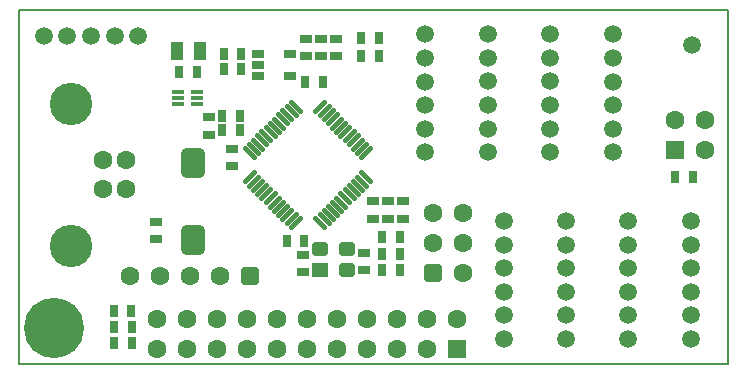
<source format=gts>
G04*
G04 #@! TF.GenerationSoftware,Altium Limited,Altium Designer,20.1.14 (287)*
G04*
G04 Layer_Color=8388736*
%FSLAX43Y43*%
%MOMM*%
G71*
G04*
G04 #@! TF.SameCoordinates,7D7D0E9B-2759-40FC-BCA5-9E4E56D9E94C*
G04*
G04*
G04 #@! TF.FilePolarity,Negative*
G04*
G01*
G75*
%ADD10C,0.200*%
%ADD15R,1.000X0.800*%
%ADD16R,0.800X1.000*%
%ADD17R,1.090X0.400*%
G04:AMPARAMS|DCode=18|XSize=0.4mm|YSize=1.55mm|CornerRadius=0mm|HoleSize=0mm|Usage=FLASHONLY|Rotation=135.000|XOffset=0mm|YOffset=0mm|HoleType=Round|Shape=Round|*
%AMOVALD18*
21,1,1.150,0.400,0.000,0.000,225.0*
1,1,0.400,0.407,0.407*
1,1,0.400,-0.407,-0.407*
%
%ADD18OVALD18*%

G04:AMPARAMS|DCode=19|XSize=0.4mm|YSize=1.55mm|CornerRadius=0mm|HoleSize=0mm|Usage=FLASHONLY|Rotation=225.000|XOffset=0mm|YOffset=0mm|HoleType=Round|Shape=Round|*
%AMOVALD19*
21,1,1.150,0.400,0.000,0.000,315.0*
1,1,0.400,-0.407,0.407*
1,1,0.400,0.407,-0.407*
%
%ADD19OVALD19*%

%ADD20R,1.100X0.700*%
%ADD21R,0.800X1.100*%
%ADD22R,1.100X1.500*%
G04:AMPARAMS|DCode=23|XSize=1.4mm|YSize=1.2mm|CornerRadius=0.325mm|HoleSize=0mm|Usage=FLASHONLY|Rotation=0.000|XOffset=0mm|YOffset=0mm|HoleType=Round|Shape=RoundedRectangle|*
%AMROUNDEDRECTD23*
21,1,1.400,0.550,0,0,0.0*
21,1,0.750,1.200,0,0,0.0*
1,1,0.650,0.375,-0.275*
1,1,0.650,-0.375,-0.275*
1,1,0.650,-0.375,0.275*
1,1,0.650,0.375,0.275*
%
%ADD23ROUNDEDRECTD23*%
%ADD24R,1.400X1.200*%
%ADD25C,1.500*%
G04:AMPARAMS|DCode=26|XSize=2.1mm|YSize=2.6mm|CornerRadius=0.55mm|HoleSize=0mm|Usage=FLASHONLY|Rotation=180.000|XOffset=0mm|YOffset=0mm|HoleType=Round|Shape=RoundedRectangle|*
%AMROUNDEDRECTD26*
21,1,2.100,1.500,0,0,180.0*
21,1,1.000,2.600,0,0,180.0*
1,1,1.100,-0.500,0.750*
1,1,1.100,0.500,0.750*
1,1,1.100,0.500,-0.750*
1,1,1.100,-0.500,-0.750*
%
%ADD26ROUNDEDRECTD26*%
%ADD27C,1.600*%
%ADD28R,1.600X1.600*%
G04:AMPARAMS|DCode=29|XSize=1.6mm|YSize=1.6mm|CornerRadius=0.425mm|HoleSize=0mm|Usage=FLASHONLY|Rotation=90.000|XOffset=0mm|YOffset=0mm|HoleType=Round|Shape=RoundedRectangle|*
%AMROUNDEDRECTD29*
21,1,1.600,0.750,0,0,90.0*
21,1,0.750,1.600,0,0,90.0*
1,1,0.850,0.375,0.375*
1,1,0.850,0.375,-0.375*
1,1,0.850,-0.375,-0.375*
1,1,0.850,-0.375,0.375*
%
%ADD29ROUNDEDRECTD29*%
%ADD30R,1.600X1.600*%
G04:AMPARAMS|DCode=31|XSize=1.6mm|YSize=1.6mm|CornerRadius=0.425mm|HoleSize=0mm|Usage=FLASHONLY|Rotation=180.000|XOffset=0mm|YOffset=0mm|HoleType=Round|Shape=RoundedRectangle|*
%AMROUNDEDRECTD31*
21,1,1.600,0.750,0,0,180.0*
21,1,0.750,1.600,0,0,180.0*
1,1,0.850,-0.375,0.375*
1,1,0.850,0.375,0.375*
1,1,0.850,0.375,-0.375*
1,1,0.850,-0.375,-0.375*
%
%ADD31ROUNDEDRECTD31*%
%ADD32C,3.600*%
%ADD33C,5.100*%
D10*
X0Y0D02*
Y30000D01*
Y0D02*
X60000D01*
Y30000D01*
X0D02*
X60000D01*
D15*
X11600Y10550D02*
D03*
Y12050D02*
D03*
X16075Y20875D02*
D03*
Y19375D02*
D03*
X25575Y27550D02*
D03*
Y26100D02*
D03*
X24300Y27550D02*
D03*
Y26100D02*
D03*
X26850Y27550D02*
D03*
Y26100D02*
D03*
X32525Y13750D02*
D03*
Y12300D02*
D03*
X29975Y12300D02*
D03*
Y13750D02*
D03*
X31250Y12300D02*
D03*
Y13800D02*
D03*
X29250Y7975D02*
D03*
Y9425D02*
D03*
X24025Y7800D02*
D03*
Y9250D02*
D03*
X18025Y16750D02*
D03*
Y18200D02*
D03*
D16*
X32250Y10725D02*
D03*
X30750D02*
D03*
Y9325D02*
D03*
X32250D02*
D03*
X32250Y7925D02*
D03*
X30750D02*
D03*
X9550Y1800D02*
D03*
X8050D02*
D03*
X25700Y23850D02*
D03*
X24250D02*
D03*
X30475Y27600D02*
D03*
X28975D02*
D03*
X18825Y25000D02*
D03*
X17375D02*
D03*
X55550Y15800D02*
D03*
X57050D02*
D03*
X15050Y24750D02*
D03*
X13550D02*
D03*
X17375Y26250D02*
D03*
X18825D02*
D03*
X9525Y4475D02*
D03*
X8075D02*
D03*
X24125Y10425D02*
D03*
X22675D02*
D03*
X18725Y19775D02*
D03*
X17225D02*
D03*
X18725Y21025D02*
D03*
X17225D02*
D03*
D17*
X13495Y23000D02*
D03*
Y22500D02*
D03*
Y22000D02*
D03*
X15105D02*
D03*
Y22500D02*
D03*
Y23000D02*
D03*
D18*
X23432Y11893D02*
D03*
X23078Y12246D02*
D03*
X22725Y12600D02*
D03*
X22371Y12954D02*
D03*
X22018Y13307D02*
D03*
X21664Y13661D02*
D03*
X21311Y14014D02*
D03*
X20957Y14368D02*
D03*
X20604Y14721D02*
D03*
X20250Y15075D02*
D03*
X19896Y15428D02*
D03*
X19543Y15782D02*
D03*
X25518Y21757D02*
D03*
X25872Y21404D02*
D03*
X26225Y21050D02*
D03*
X26579Y20696D02*
D03*
X26932Y20343D02*
D03*
X27286Y19989D02*
D03*
X27639Y19636D02*
D03*
X27993Y19282D02*
D03*
X28346Y18929D02*
D03*
X28700Y18575D02*
D03*
X29054Y18222D02*
D03*
X29407Y17868D02*
D03*
D19*
X19543D02*
D03*
X19896Y18222D02*
D03*
X20250Y18575D02*
D03*
X20604Y18929D02*
D03*
X20957Y19282D02*
D03*
X21311Y19636D02*
D03*
X21664Y19989D02*
D03*
X22018Y20343D02*
D03*
X22371Y20696D02*
D03*
X22725Y21050D02*
D03*
X23078Y21404D02*
D03*
X23432Y21757D02*
D03*
X29407Y15782D02*
D03*
X29054Y15428D02*
D03*
X28700Y15075D02*
D03*
X28346Y14721D02*
D03*
X27993Y14368D02*
D03*
X27639Y14014D02*
D03*
X27286Y13661D02*
D03*
X26932Y13307D02*
D03*
X26579Y12954D02*
D03*
X26225Y12600D02*
D03*
X25872Y12246D02*
D03*
X25518Y11893D02*
D03*
D20*
X20225Y26250D02*
D03*
Y25300D02*
D03*
Y24350D02*
D03*
X22975D02*
D03*
Y26250D02*
D03*
D21*
X30475Y26100D02*
D03*
X28975D02*
D03*
X9550Y3125D02*
D03*
X8050D02*
D03*
D22*
X15290Y26475D02*
D03*
X13360D02*
D03*
D23*
X25500Y9750D02*
D03*
X27800D02*
D03*
Y7950D02*
D03*
D24*
X25500D02*
D03*
D25*
X41075Y2100D02*
D03*
Y4100D02*
D03*
Y6100D02*
D03*
Y8100D02*
D03*
Y10100D02*
D03*
Y12100D02*
D03*
X34350Y27900D02*
D03*
Y25900D02*
D03*
Y23900D02*
D03*
Y21900D02*
D03*
Y19900D02*
D03*
Y17900D02*
D03*
X44975Y27925D02*
D03*
Y25925D02*
D03*
Y23925D02*
D03*
Y21925D02*
D03*
Y19925D02*
D03*
Y17925D02*
D03*
X50275Y17900D02*
D03*
Y19900D02*
D03*
Y21900D02*
D03*
Y23900D02*
D03*
Y25900D02*
D03*
Y27900D02*
D03*
X39675Y17925D02*
D03*
Y19925D02*
D03*
Y21925D02*
D03*
Y23925D02*
D03*
Y25925D02*
D03*
Y27925D02*
D03*
X46300Y12100D02*
D03*
Y10100D02*
D03*
Y8100D02*
D03*
Y6100D02*
D03*
Y4100D02*
D03*
Y2100D02*
D03*
X56875Y12100D02*
D03*
Y10100D02*
D03*
Y8100D02*
D03*
Y6100D02*
D03*
Y4100D02*
D03*
Y2100D02*
D03*
X51600D02*
D03*
Y4100D02*
D03*
Y6100D02*
D03*
Y8100D02*
D03*
Y10100D02*
D03*
Y12100D02*
D03*
X2100Y27775D02*
D03*
X4100D02*
D03*
X6100D02*
D03*
X8100D02*
D03*
X10100D02*
D03*
X57000Y27000D02*
D03*
D26*
X14775Y10525D02*
D03*
Y17025D02*
D03*
D27*
X58090Y20650D02*
D03*
X55550D02*
D03*
X58090Y18110D02*
D03*
X35035Y10275D02*
D03*
Y12815D02*
D03*
X37575D02*
D03*
Y10275D02*
D03*
Y7735D02*
D03*
X11700Y3815D02*
D03*
Y1275D02*
D03*
X14240Y3815D02*
D03*
Y1275D02*
D03*
X16780Y3815D02*
D03*
Y1275D02*
D03*
X19320Y3815D02*
D03*
Y1275D02*
D03*
X21860Y3815D02*
D03*
Y1275D02*
D03*
X24400Y3815D02*
D03*
Y1275D02*
D03*
X26940Y3815D02*
D03*
Y1275D02*
D03*
X29480Y3815D02*
D03*
Y1275D02*
D03*
X32020Y3815D02*
D03*
Y1275D02*
D03*
X34560Y3815D02*
D03*
Y1275D02*
D03*
X37100Y3815D02*
D03*
X16980Y7400D02*
D03*
X14440D02*
D03*
X11900D02*
D03*
X9360D02*
D03*
X9075Y14775D02*
D03*
X7075Y17275D02*
D03*
X9075D02*
D03*
X7075Y14775D02*
D03*
D28*
X55550Y18110D02*
D03*
D29*
X35035Y7735D02*
D03*
D30*
X37100Y1275D02*
D03*
D31*
X19520Y7400D02*
D03*
D32*
X4365Y22045D02*
D03*
Y10005D02*
D03*
D33*
X3000Y3000D02*
D03*
M02*

</source>
